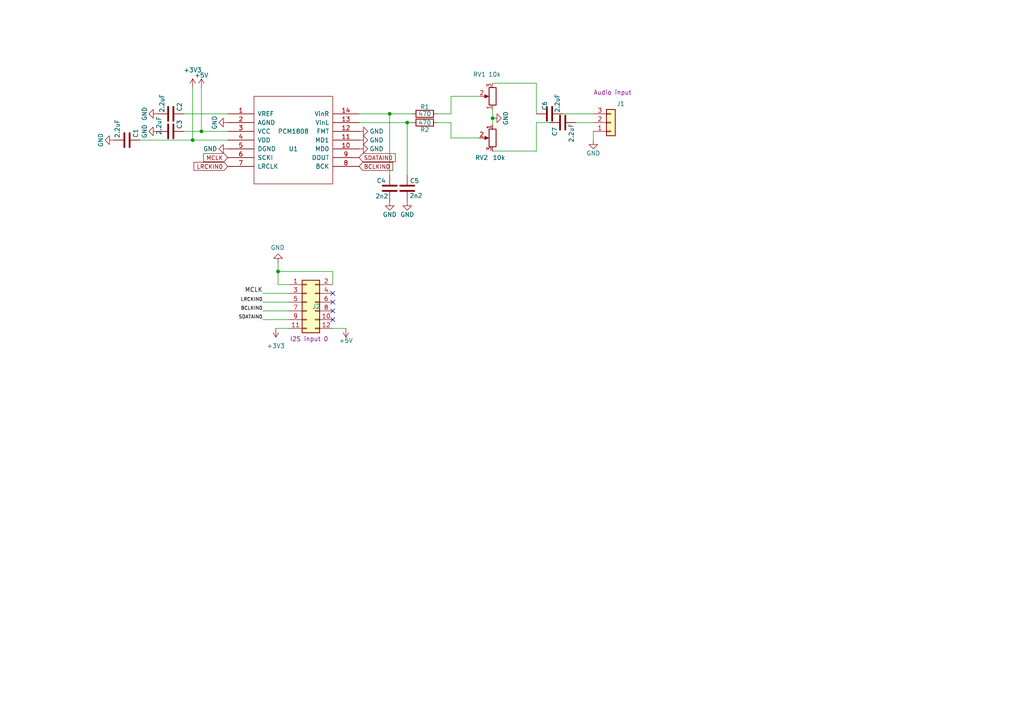
<source format=kicad_sch>
(kicad_sch (version 20230121) (generator eeschema)
  (paper "A4")
  (lib_symbols
    (symbol "AMPP_1466_V0-rescue:+3V3-power" (power) (pin_names (offset 0))
      (property "Value" "+3V3-power" (at 0 3.556 0))
      (symbol "+3V3-power_0_1"
        (polyline (pts (xy -0.762 1.27) (xy 0 2.54)))
        (polyline (pts (xy 0 0) (xy 0 2.54)))
        (polyline (pts (xy 0 2.54) (xy 0.762 1.27)))
      )
      (symbol "+3V3-power_1_1"
        (pin power_in line (at 0 0 90) (length 0) hide (name "+3V3") (number "1"))
      )
    )
    (symbol "AMPP_1466_V0-rescue:+5V-power" (power) (pin_names (offset 0))
      (property "Value" "+5V-power" (at 0 3.556 0))
      (symbol "+5V-power_0_1"
        (polyline (pts (xy -0.762 1.27) (xy 0 2.54)))
        (polyline (pts (xy 0 0) (xy 0 2.54)))
        (polyline (pts (xy 0 2.54) (xy 0.762 1.27)))
      )
      (symbol "+5V-power_1_1"
        (pin power_in line (at 0 0 90) (length 0) hide (name "+5V") (number "1"))
      )
    )
    (symbol "AMPP_1466_V0-rescue:C-Device" (pin_numbers hide) (pin_names (offset 0.254))
      (property "Reference" "C" (at 0.635 2.54 0))
      (property "Value" "C-Device" (at 0.635 -2.54 0))
      (symbol "C-Device_0_1"
        (polyline (pts (xy -2.032 -0.762) (xy 2.032 -0.762)) (stroke (width 0.508)))
        (polyline (pts (xy -2.032 0.762) (xy 2.032 0.762)) (stroke (width 0.508)))
      )
      (symbol "C-Device_1_1"
        (pin passive line (at 0 3.81 270) (length 2.794) (name "~") (number "1"))
        (pin passive line (at 0 -3.81 90) (length 2.794) (name "~") (number "2"))
      )
    )
    (symbol "AMPP_1466_V0-rescue:Conn_01x03-Connector_Generic" (pin_names (offset 1.016) hide)
      (property "Reference" "J" (at 0 5.08 0))
      (property "Value" "Conn_01x03-Connector_Generic" (at 0 -5.08 0))
      (symbol "Conn_01x03-Connector_Generic_1_1"
        (rectangle (start -1.27 -2.413) (end 0 -2.667) (stroke (width 0.1524)))
        (rectangle (start -1.27 0.127) (end 0 -0.127) (stroke (width 0.1524)))
        (rectangle (start -1.27 2.667) (end 0 2.413) (stroke (width 0.1524)))
        (rectangle (start -1.27 3.81) (end 1.27 -3.81) (stroke (width 0.254)) (fill (type background)))
        (pin passive line (at -5.08 2.54 0) (length 3.81) (name "Pin_1") (number "1"))
        (pin passive line (at -5.08 0 0) (length 3.81) (name "Pin_2") (number "2"))
        (pin passive line (at -5.08 -2.54 0) (length 3.81) (name "Pin_3") (number "3"))
      )
    )
    (symbol "AMPP_1466_V0-rescue:GND-power" (power) (pin_names (offset 0))
      (property "Value" "GND-power" (at 0 -3.81 0))
      (symbol "GND-power_0_1"
        (polyline (pts (xy 0 0) (xy 0 -1.27) (xy 1.27 -1.27) (xy 0 -2.54) (xy -1.27 -1.27) (xy 0 -1.27)))
      )
      (symbol "GND-power_1_1"
        (pin power_in line (at 0 0 270) (length 0) hide (name "GND") (number "1"))
      )
    )
    (symbol "AMPP_1466_V0-rescue:R-Device" (pin_numbers hide) (pin_names (offset 0))
      (property "Reference" "R" (at 2.032 0 90))
      (property "Value" "R-Device" (at 0 0 90))
      (symbol "R-Device_0_1"
        (rectangle (start -1.016 -2.54) (end 1.016 2.54) (stroke (width 0.254)))
      )
      (symbol "R-Device_1_1"
        (pin passive line (at 0 3.81 270) (length 1.27) (name "~") (number "1"))
        (pin passive line (at 0 -3.81 90) (length 1.27) (name "~") (number "2"))
      )
    )
    (symbol "Connector_Generic:Conn_02x06_Odd_Even" (pin_names (offset 1.016) hide)
      (property "Reference" "J" (at 1.27 7.62 0))
      (property "Value" "Conn_02x06_Odd_Even" (at 1.27 -10.16 0))
      (symbol "Conn_02x06_Odd_Even_1_1"
        (rectangle (start -1.27 -7.493) (end 0 -7.747) (stroke (width 0.1524)))
        (rectangle (start -1.27 -4.953) (end 0 -5.207) (stroke (width 0.1524)))
        (rectangle (start -1.27 -2.413) (end 0 -2.667) (stroke (width 0.1524)))
        (rectangle (start -1.27 0.127) (end 0 -0.127) (stroke (width 0.1524)))
        (rectangle (start -1.27 2.667) (end 0 2.413) (stroke (width 0.1524)))
        (rectangle (start -1.27 5.207) (end 0 4.953) (stroke (width 0.1524)))
        (rectangle (start -1.27 6.35) (end 3.81 -8.89) (stroke (width 0.254)) (fill (type background)))
        (rectangle (start 3.81 -7.493) (end 2.54 -7.747) (stroke (width 0.1524)))
        (rectangle (start 3.81 -4.953) (end 2.54 -5.207) (stroke (width 0.1524)))
        (rectangle (start 3.81 -2.413) (end 2.54 -2.667) (stroke (width 0.1524)))
        (rectangle (start 3.81 0.127) (end 2.54 -0.127) (stroke (width 0.1524)))
        (rectangle (start 3.81 2.667) (end 2.54 2.413) (stroke (width 0.1524)))
        (rectangle (start 3.81 5.207) (end 2.54 4.953) (stroke (width 0.1524)))
        (pin passive line (at -5.08 5.08 0) (length 3.81) (name "Pin_1") (number "1"))
        (pin passive line (at 7.62 -5.08 180) (length 3.81) (name "Pin_10") (number "10"))
        (pin passive line (at -5.08 -7.62 0) (length 3.81) (name "Pin_11") (number "11"))
        (pin passive line (at 7.62 -7.62 180) (length 3.81) (name "Pin_12") (number "12"))
        (pin passive line (at 7.62 5.08 180) (length 3.81) (name "Pin_2") (number "2"))
        (pin passive line (at -5.08 2.54 0) (length 3.81) (name "Pin_3") (number "3"))
        (pin passive line (at 7.62 2.54 180) (length 3.81) (name "Pin_4") (number "4"))
        (pin passive line (at -5.08 0 0) (length 3.81) (name "Pin_5") (number "5"))
        (pin passive line (at 7.62 0 180) (length 3.81) (name "Pin_6") (number "6"))
        (pin passive line (at -5.08 -2.54 0) (length 3.81) (name "Pin_7") (number "7"))
        (pin passive line (at 7.62 -2.54 180) (length 3.81) (name "Pin_8") (number "8"))
        (pin passive line (at -5.08 -5.08 0) (length 3.81) (name "Pin_9") (number "9"))
      )
    )
    (symbol "Device:R_Potentiometer" (pin_names (offset 1.016) hide)
      (property "Reference" "RV" (at -4.445 0 90))
      (property "Value" "R_Potentiometer" (at -2.54 0 90))
      (symbol "R_Potentiometer_0_1"
        (polyline (pts (xy 2.54 0) (xy 1.524 0)))
        (polyline (pts (xy 1.143 0) (xy 2.286 0.508) (xy 2.286 -0.508) (xy 1.143 0)) (fill (type outline)))
        (rectangle (start 1.016 2.54) (end -1.016 -2.54) (stroke (width 0.254)))
      )
      (symbol "R_Potentiometer_1_1"
        (pin passive line (at 0 3.81 270) (length 1.27) (name "1") (number "1"))
        (pin passive line (at 3.81 0 180) (length 1.27) (name "2") (number "2"))
        (pin passive line (at 0 -3.81 90) (length 1.27) (name "3") (number "3"))
      )
    )
    (symbol "PCM1808--audio-ADC-rescue:PCM1808-PCM1808-rescue-PCM1808--audio-ADC-rescue" (pin_names (offset 1.016))
      (property "Reference" "IC" (at 0 -2.54 0))
      (property "Value" "PCM1808-PCM1808-rescue-PCM1808--audio-ADC-rescue" (at 0 2.54 0))
      (symbol "PCM1808-PCM1808-rescue-PCM1808--audio-ADC-rescue_1_0"
        (rectangle (start -11.43 -12.7) (end 11.43 12.7))
      )
      (symbol "PCM1808-PCM1808-rescue-PCM1808--audio-ADC-rescue_1_1"
        (pin output line (at -19.05 7.62 0) (length 7.62) (name "VREF") (number "1"))
        (pin input line (at 19.05 -2.54 180) (length 7.62) (name "MD0") (number "10"))
        (pin input line (at 19.05 0 180) (length 7.62) (name "MD1") (number "11"))
        (pin input line (at 19.05 2.54 180) (length 7.62) (name "FMT") (number "12"))
        (pin input line (at 19.05 5.08 180) (length 7.62) (name "VinL") (number "13"))
        (pin input line (at 19.05 7.62 180) (length 7.62) (name "VinR") (number "14"))
        (pin power_in line (at -19.05 5.08 0) (length 7.62) (name "AGND") (number "2"))
        (pin power_in line (at -19.05 2.54 0) (length 7.62) (name "VCC") (number "3"))
        (pin power_in line (at -19.05 0 0) (length 7.62) (name "VDD") (number "4"))
        (pin power_in line (at -19.05 -2.54 0) (length 7.62) (name "DGND") (number "5"))
        (pin input line (at -19.05 -5.08 0) (length 7.62) (name "SCKI") (number "6"))
        (pin bidirectional line (at -19.05 -7.62 0) (length 7.62) (name "LRCLK") (number "7"))
        (pin bidirectional line (at 19.05 -7.62 180) (length 7.62) (name "BCK") (number "8"))
        (pin output line (at 19.05 -5.08 180) (length 7.62) (name "DOUT") (number "9"))
      )
    )
  )
  (junction (at 113.03 33.02))
  (junction (at 118.11 35.56))
  (junction (at 142.875 34.29))
  (junction (at 55.88 40.64))
  (junction (at 58.42 38.1))
  (junction (at 80.645 78.74))
  (no_connect (at 96.52 92.71))
  (no_connect (at 96.52 85.09))
  (no_connect (at 96.52 87.63))
  (no_connect (at 96.52 90.17))
  (wire (pts (xy 58.42 38.1) (xy 66.04 38.1)))
  (wire (pts (xy 163.195 33.02) (xy 172.085 33.02)))
  (wire (pts (xy 83.82 95.25) (xy 80.01 95.25)))
  (wire (pts (xy 96.52 95.25) (xy 100.33 95.25)))
  (wire (pts (xy 80.645 82.55) (xy 83.82 82.55)))
  (wire (pts (xy 53.34 38.1) (xy 58.42 38.1)))
  (wire (pts (xy 40.64 40.64) (xy 55.88 40.64)))
  (wire (pts (xy 118.11 50.8) (xy 118.11 35.56)))
  (wire (pts (xy 155.575 35.56) (xy 155.575 43.815)))
  (wire (pts (xy 80.645 76.2) (xy 80.645 78.74)))
  (wire (pts (xy 96.52 82.55) (xy 96.52 78.74)))
  (wire (pts (xy 155.575 24.13) (xy 142.875 24.13)))
  (wire (pts (xy 113.03 33.02) (xy 113.03 50.8)))
  (wire (pts (xy 130.81 33.02) (xy 130.81 27.94)))
  (wire (pts (xy 83.82 85.09) (xy 76.2 85.09)))
  (wire (pts (xy 96.52 78.74) (xy 80.645 78.74)))
  (wire (pts (xy 167.005 35.56) (xy 172.085 35.56)))
  (wire (pts (xy 127 33.02) (xy 130.81 33.02)))
  (wire (pts (xy 76.2 90.17) (xy 83.82 90.17)))
  (wire (pts (xy 113.03 33.02) (xy 119.38 33.02)))
  (wire (pts (xy 130.81 35.56) (xy 130.81 40.005)))
  (wire (pts (xy 155.575 35.56) (xy 159.385 35.56)))
  (wire (pts (xy 155.575 43.815) (xy 142.875 43.815)))
  (wire (pts (xy 130.81 35.56) (xy 127 35.56)))
  (wire (pts (xy 76.2 92.71) (xy 83.82 92.71)))
  (wire (pts (xy 155.575 33.02) (xy 155.575 24.13)))
  (wire (pts (xy 76.2 87.63) (xy 83.82 87.63)))
  (wire (pts (xy 55.88 40.64) (xy 66.04 40.64)))
  (wire (pts (xy 142.875 31.75) (xy 142.875 34.29)))
  (wire (pts (xy 55.88 25.4) (xy 55.88 40.64)))
  (wire (pts (xy 53.34 33.02) (xy 66.04 33.02)))
  (wire (pts (xy 104.14 35.56) (xy 118.11 35.56)))
  (wire (pts (xy 172.085 38.1) (xy 172.085 40.64)))
  (wire (pts (xy 118.11 35.56) (xy 119.38 35.56)))
  (wire (pts (xy 58.42 25.4) (xy 58.42 38.1)))
  (wire (pts (xy 142.875 34.29) (xy 142.875 36.195)))
  (wire (pts (xy 80.645 78.74) (xy 80.645 82.55)))
  (wire (pts (xy 130.81 40.005) (xy 139.065 40.005)))
  (wire (pts (xy 130.81 27.94) (xy 139.065 27.94)))
  (wire (pts (xy 104.14 33.02) (xy 113.03 33.02)))
  (label "SDATAIN0" (at 76.2 92.71 180) (effects (font (size 0.9906 0.9906))))
  (label "MCLK" (at 76.2 85.09 180))
  (label "BCLKIN0" (at 76.2 90.17 180) (effects (font (size 0.9906 0.9906))))
  (label "LRCKIN0" (at 76.2 87.63 180) (effects (font (size 0.9906 0.9906))))
  (global_label "MCLK" (shape input) (at 66.04 45.72 180) (effects (font (size 1.1938 1.1938))) (property "Intersheetrefs" "${INTERSHEET_REFS}" (effects hide)))
  (global_label "SDATAIN0" (shape input) (at 104.14 45.72 0) (effects (font (size 1.1938 1.1938))) (property "Intersheetrefs" "${INTERSHEET_REFS}" (effects hide)))
  (global_label "LRCKIN0" (shape input) (at 66.04 48.26 180) (effects (font (size 1.1938 1.1938))) (property "Intersheetrefs" "${INTERSHEET_REFS}" (effects hide)))
  (global_label "BCLKIN0" (shape input) (at 104.14 48.26 0) (effects (font (size 1.1938 1.1938))) (property "Intersheetrefs" "${INTERSHEET_REFS}" (effects hide)))
  (symbol (lib_id "AMPP_1466_V0-rescue:C-Device") (at 49.53 38.1 270) (mirror x) (unit 1)
    (property "Reference" "C3" (at 52.07 37.465 0) (effects (justify left)))
    (property "Value" "CAP_2.2uF_25V_X7R_0805" (effects hide))
    (property "Footprint" "Capacitor_SMD:C_0805_2012Metric" (effects hide))
    (property "Value" "2.2uF" (at 46.101 36.449 0))
    (property "MP" "CL21B225KAFNNNE" (effects hide))
  )
  (symbol (lib_id "PCM1808--audio-ADC-rescue:PCM1808-PCM1808-rescue-PCM1808--audio-ADC-rescue") (at 85.09 40.64 0) (unit 1)
    (property "Reference" "U1" (at 85.09 43.18 0))
    (property "Value" "PCM1808" (at 85.09 38.1 0))
    (property "Footprint" "Package_SO:TSSOP-14_4.4x5mm_P0.65mm" (effects hide))
    (property "MP" "PCM1808PWR" (effects hide))
  )
  (symbol (lib_id "AMPP_1466_V0-rescue:+5V-power") (at 58.42 25.4 0) (unit 1)
    (property "Reference" "#PWR05" (effects hide))
    (property "Value" "+5V" (at 58.42 21.844 0))
  )
  (symbol (lib_id "AMPP_1466_V0-rescue:GND-power") (at 66.04 43.18 270) (unit 1)
    (property "Reference" "#PWR07" (effects hide))
    (property "Value" "GND" (at 60.96 43.18 90))
  )
  (symbol (lib_id "AMPP_1466_V0-rescue:Conn_01x03-Connector_Generic") (at 177.165 35.56 0) (mirror x) (unit 1)
    (property "Reference" "J1" (at 181.229 30.099 0) (effects (justify right)))
    (property "Value" "Conn_01x03_Male" (effects hide))
    (property "Footprint" "w_conn_av:jack_3.5_pj313d-smt" (effects hide))
    (property "Поле4" "Audio input" (at 177.673 26.797 0))
  )
  (symbol (lib_id "AMPP_1466_V0-rescue:GND-power") (at 33.02 40.64 270) (unit 1)
    (property "Reference" "#PWR01" (effects hide))
    (property "Value" "GND" (at 29.21 40.64 0))
  )
  (symbol (lib_id "AMPP_1466_V0-rescue:R-Device") (at 123.19 35.56 270) (unit 1)
    (property "Reference" "R2" (at 123.19 37.592 90))
    (property "Value" "RES_0K47_1%_0.125W_Thick_0603" (effects hide))
    (property "Footprint" "Resistor_SMD:R_0603_1608Metric" (effects hide))
    (property "Value" "470" (at 123.19 35.56 90))
    (property "MP" "CR0603-FX-4700ELF" (effects hide))
  )
  (symbol (lib_id "Device:R_Potentiometer") (at 142.875 27.94 180) (unit 1)
    (property "Reference" "RV1" (at 137.16 21.59 0) (effects (justify right)))
    (property "Value" "10k" (at 141.605 21.59 0) (effects (justify right)))
    (property "Footprint" "PCM_Potentiometer_THT_AKL:Potentiometer_Bourns_3266P_Horizontal" (effects hide))
  )
  (symbol (lib_id "AMPP_1466_V0-rescue:C-Device") (at 49.53 33.02 270) (mirror x) (unit 1)
    (property "Reference" "C2" (at 52.07 32.385 0) (effects (justify left)))
    (property "Value" "CAP_2.2uF_25V_X7R_0805" (effects hide))
    (property "Footprint" "Capacitor_SMD:C_0805_2012Metric" (effects hide))
    (property "Value" "2.2uF" (at 46.99 29.972 0))
    (property "MP" "CL21B225KAFNNNE" (effects hide))
  )
  (symbol (lib_id "Device:R_Potentiometer") (at 142.875 40.005 0) (mirror y) (unit 1)
    (property "Reference" "RV2" (at 137.795 45.72 0) (effects (justify right)))
    (property "Value" "10k" (at 142.875 45.72 0) (effects (justify right)))
    (property "Footprint" "PCM_Potentiometer_THT_AKL:Potentiometer_Bourns_3266P_Horizontal" (effects hide))
  )
  (symbol (lib_id "AMPP_1466_V0-rescue:+5V-power") (at 100.33 95.25 180) (unit 1)
    (property "Reference" "#PWR016" (effects hide))
    (property "Value" "+5V" (at 100.33 98.806 0))
  )
  (symbol (lib_id "AMPP_1466_V0-rescue:C-Device") (at 113.03 54.61 0) (mirror x) (unit 1)
    (property "Reference" "C4" (at 109.22 52.451 0) (effects (justify left)))
    (property "Value" "CAP_2n2_25V_X7R_0603" (effects hide))
    (property "Footprint" "Capacitor_SMD:C_0603_1608Metric" (effects hide))
    (property "Value" "2n2" (at 110.744 56.896 0))
    (property "MP" "CL10B222KB8NNNC" (effects hide))
  )
  (symbol (lib_id "AMPP_1466_V0-rescue:GND-power") (at 172.085 40.64 0) (unit 1)
    (property "Reference" "#PWR013" (effects hide))
    (property "Value" "GND" (at 172.085 44.45 0))
  )
  (symbol (lib_id "AMPP_1466_V0-rescue:R-Device") (at 123.19 33.02 90) (unit 1)
    (property "Reference" "R1" (at 123.19 30.988 90))
    (property "Value" "RES_0K47_1%_0.125W_Thick_0603" (effects hide))
    (property "Footprint" "Resistor_SMD:R_0603_1608Metric" (effects hide))
    (property "Value" "470" (at 123.19 33.02 90))
    (property "MP" "CR0603-FX-4700ELF" (effects hide))
  )
  (symbol (lib_id "AMPP_1466_V0-rescue:GND-power") (at 45.72 38.1 270) (unit 1)
    (property "Reference" "#PWR03" (effects hide))
    (property "Value" "GND" (at 41.91 38.1 0))
  )
  (symbol (lib_id "AMPP_1466_V0-rescue:GND-power") (at 118.11 58.42 0) (unit 1)
    (property "Reference" "#PWR012" (effects hide))
    (property "Value" "GND" (at 118.11 62.23 0))
  )
  (symbol (lib_id "AMPP_1466_V0-rescue:GND-power") (at 66.04 35.56 270) (unit 1)
    (property "Reference" "#PWR06" (effects hide))
    (property "Value" "GND" (at 62.23 35.56 0))
  )
  (symbol (lib_id "AMPP_1466_V0-rescue:C-Device") (at 163.195 35.56 90) (mirror x) (unit 1)
    (property "Reference" "C7" (at 160.909 36.83 0) (effects (justify left)))
    (property "Value" "CAP_2.2uF_25V_X7R_0805" (effects hide))
    (property "Footprint" "Capacitor_SMD:C_0805_2012Metric" (effects hide))
    (property "Value" "2.2uF" (at 165.735 38.608 0))
    (property "MP" "CL21B225KAFNNNE" (effects hide))
  )
  (symbol (lib_id "AMPP_1466_V0-rescue:GND-power") (at 104.14 43.18 90) (unit 1)
    (property "Reference" "#PWR010" (effects hide))
    (property "Value" "GND" (at 109.22 43.18 90))
  )
  (symbol (lib_id "AMPP_1466_V0-rescue:C-Device") (at 36.83 40.64 270) (mirror x) (unit 1)
    (property "Reference" "C1" (at 39.37 40.005 0) (effects (justify left)))
    (property "Value" "CAP_2.2uF_25V_X7R_0805" (effects hide))
    (property "Footprint" "Capacitor_SMD:C_0805_2012Metric" (effects hide))
    (property "Value" "2.2uF" (at 34.036 37.338 0))
    (property "MP" "CL21B225KAFNNNE" (effects hide))
  )
  (symbol (lib_id "AMPP_1466_V0-rescue:GND-power") (at 45.72 33.02 270) (unit 1)
    (property "Reference" "#PWR02" (effects hide))
    (property "Value" "GND" (at 41.91 33.02 0))
  )
  (symbol (lib_id "AMPP_1466_V0-rescue:+3V3-power") (at 80.01 95.25 180) (unit 1)
    (property "Reference" "#PWR014" (effects hide))
    (property "Value" "+3V3" (at 80.01 100.33 0))
  )
  (symbol (lib_id "AMPP_1466_V0-rescue:GND-power") (at 113.03 58.42 0) (unit 1)
    (property "Reference" "#PWR011" (effects hide))
    (property "Value" "GND" (at 113.03 62.23 0))
  )
  (symbol (lib_id "AMPP_1466_V0-rescue:GND-power") (at 104.14 38.1 90) (unit 1)
    (property "Reference" "#PWR08" (effects hide))
    (property "Value" "GND" (at 109.22 38.1 90))
  )
  (symbol (lib_id "AMPP_1466_V0-rescue:GND-power") (at 80.645 76.2 180) (unit 1)
    (property "Reference" "#PWR015" (effects hide))
    (property "Value" "GND" (at 80.518 71.8058 0))
  )
  (symbol (lib_id "AMPP_1466_V0-rescue:C-Device") (at 118.11 54.61 0) (mirror x) (unit 1)
    (property "Reference" "C5" (at 118.872 52.451 0) (effects (justify left)))
    (property "Value" "CAP_2n2_25V_X7R_0603" (effects hide))
    (property "Footprint" "Capacitor_SMD:C_0603_1608Metric" (effects hide))
    (property "Value" "2n2" (at 120.65 56.769 0))
    (property "MP" "CL10B222KB8NNNC" (effects hide))
  )
  (symbol (lib_id "AMPP_1466_V0-rescue:GND-power") (at 142.875 34.29 90) (unit 1)
    (property "Reference" "#PWR017" (effects hide))
    (property "Value" "GND" (at 146.685 34.29 0))
  )
  (symbol (lib_id "AMPP_1466_V0-rescue:GND-power") (at 104.14 40.64 90) (unit 1)
    (property "Reference" "#PWR09" (effects hide))
    (property "Value" "GND" (at 109.22 40.64 90))
  )
  (symbol (lib_id "AMPP_1466_V0-rescue:+3V3-power") (at 55.88 25.4 0) (unit 1)
    (property "Reference" "#PWR04" (effects hide))
    (property "Value" "+3V3" (at 55.88 20.32 0))
  )
  (symbol (lib_id "Connector_Generic:Conn_02x06_Odd_Even") (at 88.9 87.63 0) (unit 1)
    (property "Reference" "J2" (at 92.964 88.9 0) (effects (justify right)))
    (property "Value" "Conn_01x06_Male" (effects hide))
    (property "Footprint" "00-mylib:EDGE-2x6-2.54" (effects hide))
    (property "Поле4" "I2S input 0" (at 89.662 98.298 0))
  )
  (symbol (lib_id "AMPP_1466_V0-rescue:C-Device") (at 159.385 33.02 270) (mirror x) (unit 1)
    (property "Reference" "C6" (at 157.988 32.004 0) (effects (justify left)))
    (property "Value" "CAP_2.2uF_25V_X7R_0805" (effects hide))
    (property "Footprint" "Capacitor_SMD:C_0805_2012Metric" (effects hide))
    (property "Value" "2.2uF" (at 161.671 29.972 0))
    (property "MP" "CL21B225KAFNNNE" (effects hide))
  )
)
</source>
